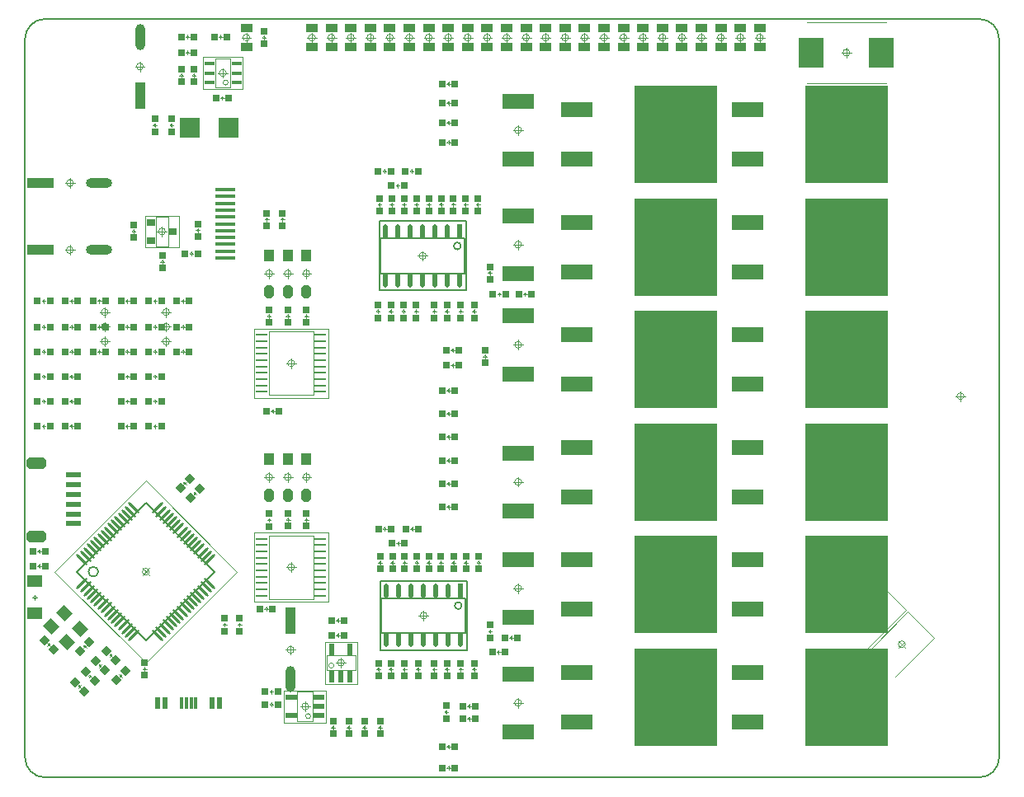
<source format=gtp>
G04*
G04 #@! TF.GenerationSoftware,Altium Limited,Altium Designer,20.0.12 (288)*
G04*
G04 Layer_Color=8421504*
%FSLAX25Y25*%
%MOIN*%
G70*
G01*
G75*
%ADD19C,0.00500*%
%ADD21C,0.00394*%
%ADD25C,0.00591*%
%ADD26C,0.00197*%
%ADD27C,0.00100*%
%ADD28C,0.00158*%
%ADD29R,0.33465X0.39370*%
%ADD30R,0.12598X0.06299*%
%ADD31R,0.10236X0.12402*%
%ADD32R,0.06102X0.02362*%
G04:AMPARAMS|DCode=33|XSize=78.74mil|YSize=47.24mil|CornerRadius=0mil|HoleSize=0mil|Usage=FLASHONLY|Rotation=180.000|XOffset=0mil|YOffset=0mil|HoleType=Round|Shape=Octagon|*
%AMOCTAGOND33*
4,1,8,-0.03937,0.01181,-0.03937,-0.01181,-0.02756,-0.02362,0.02756,-0.02362,0.03937,-0.01181,0.03937,0.01181,0.02756,0.02362,-0.02756,0.02362,-0.03937,0.01181,0.0*
%
%ADD33OCTAGOND33*%

%ADD34R,0.03000X0.03000*%
%ADD35R,0.03000X0.03000*%
%ADD36R,0.03937X0.10630*%
%ADD37O,0.03937X0.10630*%
%ADD38R,0.05906X0.04724*%
%ADD39P,0.04243X4X180.0*%
%ADD40P,0.04243X4X90.0*%
G04:AMPARAMS|DCode=41|XSize=43.31mil|YSize=51.18mil|CornerRadius=0mil|HoleSize=0mil|Usage=FLASHONLY|Rotation=225.000|XOffset=0mil|YOffset=0mil|HoleType=Round|Shape=Rectangle|*
%AMROTATEDRECTD41*
4,1,4,-0.00278,0.03341,0.03341,-0.00278,0.00278,-0.03341,-0.03341,0.00278,-0.00278,0.03341,0.0*
%
%ADD41ROTATEDRECTD41*%

G04:AMPARAMS|DCode=42|XSize=9.84mil|YSize=61.02mil|CornerRadius=0mil|HoleSize=0mil|Usage=FLASHONLY|Rotation=135.000|XOffset=0mil|YOffset=0mil|HoleType=Round|Shape=Round|*
%AMOVALD42*
21,1,0.05118,0.00984,0.00000,0.00000,225.0*
1,1,0.00984,0.01810,0.01810*
1,1,0.00984,-0.01810,-0.01810*
%
%ADD42OVALD42*%

G04:AMPARAMS|DCode=43|XSize=9.84mil|YSize=61.02mil|CornerRadius=0mil|HoleSize=0mil|Usage=FLASHONLY|Rotation=45.000|XOffset=0mil|YOffset=0mil|HoleType=Round|Shape=Round|*
%AMOVALD43*
21,1,0.05118,0.00984,0.00000,0.00000,135.0*
1,1,0.00984,0.01810,-0.01810*
1,1,0.00984,-0.01810,0.01810*
%
%ADD43OVALD43*%

%ADD44R,0.05000X0.03500*%
G04:AMPARAMS|DCode=45|XSize=51.18mil|YSize=39.37mil|CornerRadius=0mil|HoleSize=0mil|Usage=FLASHONLY|Rotation=270.000|XOffset=0mil|YOffset=0mil|HoleType=Round|Shape=Octagon|*
%AMOCTAGOND45*
4,1,8,-0.00984,-0.02559,0.00984,-0.02559,0.01968,-0.01575,0.01968,0.01575,0.00984,0.02559,-0.00984,0.02559,-0.01968,0.01575,-0.01968,-0.01575,-0.00984,-0.02559,0.0*
%
%ADD45OCTAGOND45*%

%ADD46R,0.03937X0.05118*%
%ADD47R,0.07874X0.07874*%
%ADD48R,0.12598X0.06496*%
%ADD49R,0.01968X0.05906*%
%ADD50O,0.01968X0.05906*%
%ADD51R,0.04724X0.01968*%
%ADD52R,0.03937X0.01772*%
%ADD53R,0.10630X0.03937*%
%ADD54O,0.10630X0.03937*%
%ADD55O,0.04724X0.00984*%
%ADD56R,0.01181X0.05118*%
%ADD57R,0.02000X0.05118*%
%ADD58R,0.02362X0.05118*%
%ADD59R,0.01968X0.04724*%
%ADD60R,0.07874X0.01496*%
%ADD61R,0.03543X0.02756*%
D19*
X333100Y153000D02*
G03*
X341100Y145000I8000J0D01*
G01*
X718600D02*
G03*
X726600Y153000I0J8000D01*
G01*
Y443700D02*
G03*
X718600Y451700I-8000J0D01*
G01*
X341100D02*
G03*
X333100Y443700I0J-8000D01*
G01*
Y153000D02*
Y443700D01*
X341100Y145000D02*
X718600D01*
X341100Y451700D02*
X718600D01*
X726600Y153000D02*
Y443700D01*
D21*
X448450Y169794D02*
G03*
X448450Y169794I-1000J0D01*
G01*
X415150Y425994D02*
G03*
X415150Y425994I-1000J0D01*
G01*
X457835Y190239D02*
G03*
X457835Y190239I-1000J0D01*
G01*
X684816Y185739D02*
X700406Y201328D01*
X674237Y196318D02*
X689827Y211907D01*
X700406Y201328D01*
X648896Y450344D02*
X680904D01*
X648896Y425856D02*
X680904D01*
X673361Y197194D02*
X688950Y212784D01*
X662782Y207773D02*
X678372Y223362D01*
X688950Y212784D01*
X443150Y167795D02*
X449450D01*
Y179606D01*
X443150D02*
X449450D01*
X443150Y167795D02*
Y179606D01*
X416150Y435806D02*
X416150Y423994D01*
X409850D02*
Y435806D01*
Y423994D02*
X416150D01*
X409850Y435806D02*
X416150D01*
X431545Y299705D02*
Y325295D01*
Y299705D02*
X449655D01*
Y325295D01*
X431545D02*
X449655D01*
X431545Y217205D02*
Y242795D01*
Y217205D02*
X449655D01*
Y242795D01*
X431545D02*
X449655D01*
X454835Y188239D02*
Y194538D01*
Y188239D02*
X466646D01*
Y194538D01*
X454835D02*
X466646D01*
X385876Y359894D02*
Y371706D01*
X390995Y359894D02*
Y371706D01*
X385876D02*
X390995D01*
X385876Y359894D02*
X390995D01*
X381900Y191430D02*
X418670Y228200D01*
X345130Y228200D02*
X381900Y264970D01*
X418670Y228200D01*
X345130Y228200D02*
X381900Y191430D01*
X437800Y167200D02*
Y180200D01*
X454800D01*
Y167200D02*
Y180200D01*
X437800Y167200D02*
X454800D01*
X421000Y423404D02*
Y436396D01*
X405000Y423404D02*
Y436396D01*
Y423404D02*
X421000D01*
X405000Y436396D02*
X421000D01*
X425600Y298500D02*
Y326500D01*
Y298500D02*
X455600Y298500D01*
Y326500D01*
X425600Y326500D02*
X455600Y326500D01*
X425600Y216000D02*
Y244000D01*
Y216000D02*
X455600Y216000D01*
Y244000D01*
X425600Y244000D02*
X455600Y244000D01*
X454240Y199888D02*
X467240D01*
Y182888D02*
Y199888D01*
X454240Y182888D02*
X467240D01*
X454240D02*
Y199888D01*
X381600Y359501D02*
X381600Y372099D01*
X395200Y359501D02*
Y372099D01*
X381600D02*
X395200D01*
X381600Y359501D02*
X395200Y359501D01*
D25*
X362655Y228200D02*
G03*
X362655Y228200I-1969J0D01*
G01*
X509164Y359927D02*
G03*
X509164Y359927I-1414J0D01*
G01*
X509514Y214458D02*
G03*
X509514Y214458I-1414J0D01*
G01*
X381900Y200361D02*
X409739Y228200D01*
X354061D02*
X381900Y256039D01*
X409739Y228200D01*
X354061D02*
X381900Y200361D01*
X510750Y348841D02*
Y363014D01*
X476750Y348841D02*
X510750D01*
X476750D02*
Y363014D01*
X510750D01*
X511100Y203371D02*
Y217544D01*
X477100Y203371D02*
X511100D01*
X477100D02*
Y217544D01*
X511100D01*
X476250Y369927D02*
X511250D01*
X476250Y341927D02*
Y369927D01*
Y341927D02*
X511250D01*
Y369927D01*
X476600Y224458D02*
X511600D01*
X476600Y196458D02*
Y224458D01*
Y196458D02*
X511600D01*
Y224458D01*
D26*
X688699Y198823D02*
G03*
X688699Y198823I-1378J0D01*
G01*
X666278Y438100D02*
G03*
X666278Y438100I-1378J0D01*
G01*
X677244Y210278D02*
G03*
X677244Y210278I-1378J0D01*
G01*
X441778Y196589D02*
G03*
X441778Y196589I-1378J0D01*
G01*
X712378Y299200D02*
G03*
X712378Y299200I-1378J0D01*
G01*
X383278Y228200D02*
G03*
X383278Y228200I-1378J0D01*
G01*
X380878Y432511D02*
G03*
X380878Y432511I-1378J0D01*
G01*
X423878Y444200D02*
G03*
X423878Y444200I-1378J0D01*
G01*
D02*
G03*
X423878Y444200I-1378J0D01*
G01*
X448178Y348800D02*
G03*
X448178Y348800I-1378J0D01*
G01*
X440628D02*
G03*
X440628Y348800I-1378J0D01*
G01*
X433078D02*
G03*
X433078Y348800I-1378J0D01*
G01*
X448178Y266483D02*
G03*
X448178Y266483I-1378J0D01*
G01*
X440628D02*
G03*
X440628Y266483I-1378J0D01*
G01*
X433078D02*
G03*
X433078Y266483I-1378J0D01*
G01*
X533678Y406800D02*
G03*
X533678Y406800I-1378J0D01*
G01*
X533678Y360480D02*
G03*
X533678Y360480I-1378J0D01*
G01*
X533678Y319960D02*
G03*
X533678Y319960I-1378J0D01*
G01*
Y264540D02*
G03*
X533678Y264540I-1378J0D01*
G01*
Y221520D02*
G03*
X533678Y221520I-1378J0D01*
G01*
Y175200D02*
G03*
X533678Y175200I-1378J0D01*
G01*
X495128Y355927D02*
G03*
X495128Y355927I-1378J0D01*
G01*
X495478Y210457D02*
G03*
X495478Y210457I-1378J0D01*
G01*
X447678Y173700D02*
G03*
X447678Y173700I-1378J0D01*
G01*
X414378Y429900D02*
G03*
X414378Y429900I-1378J0D01*
G01*
X352578Y358300D02*
G03*
X352578Y358300I-1378J0D01*
G01*
X352578Y385400D02*
G03*
X352578Y385400I-1378J0D01*
G01*
X441978Y312500D02*
G03*
X441978Y312500I-1378J0D01*
G01*
Y230000D02*
G03*
X441978Y230000I-1378J0D01*
G01*
X462118Y191388D02*
G03*
X462118Y191388I-1378J0D01*
G01*
X366678Y333200D02*
G03*
X366678Y333200I-1378J0D01*
G01*
Y327250D02*
G03*
X366678Y327250I-1378J0D01*
G01*
Y321300D02*
G03*
X366678Y321300I-1378J0D01*
G01*
X391478Y333200D02*
G03*
X391478Y333200I-1378J0D01*
G01*
Y327250D02*
G03*
X391478Y327250I-1378J0D01*
G01*
Y321300D02*
G03*
X391478Y321300I-1378J0D01*
G01*
X631312Y444199D02*
G03*
X631312Y444199I-1378J0D01*
G01*
D02*
G03*
X631312Y444199I-1378J0D01*
G01*
X623445D02*
G03*
X623445Y444199I-1378J0D01*
G01*
D02*
G03*
X623445Y444199I-1378J0D01*
G01*
X615579D02*
G03*
X615579Y444199I-1378J0D01*
G01*
D02*
G03*
X615579Y444199I-1378J0D01*
G01*
X607712D02*
G03*
X607712Y444199I-1378J0D01*
G01*
D02*
G03*
X607712Y444199I-1378J0D01*
G01*
X599845D02*
G03*
X599845Y444199I-1378J0D01*
G01*
D02*
G03*
X599845Y444199I-1378J0D01*
G01*
X591979D02*
G03*
X591979Y444199I-1378J0D01*
G01*
D02*
G03*
X591979Y444199I-1378J0D01*
G01*
X584112D02*
G03*
X584112Y444199I-1378J0D01*
G01*
D02*
G03*
X584112Y444199I-1378J0D01*
G01*
X576245D02*
G03*
X576245Y444199I-1378J0D01*
G01*
D02*
G03*
X576245Y444199I-1378J0D01*
G01*
X568378D02*
G03*
X568378Y444199I-1378J0D01*
G01*
D02*
G03*
X568378Y444199I-1378J0D01*
G01*
X560512D02*
G03*
X560512Y444199I-1378J0D01*
G01*
D02*
G03*
X560512Y444199I-1378J0D01*
G01*
X552645D02*
G03*
X552645Y444199I-1378J0D01*
G01*
D02*
G03*
X552645Y444199I-1378J0D01*
G01*
X544778D02*
G03*
X544778Y444199I-1378J0D01*
G01*
D02*
G03*
X544778Y444199I-1378J0D01*
G01*
X536912D02*
G03*
X536912Y444199I-1378J0D01*
G01*
D02*
G03*
X536912Y444199I-1378J0D01*
G01*
X529045D02*
G03*
X529045Y444199I-1378J0D01*
G01*
D02*
G03*
X529045Y444199I-1378J0D01*
G01*
X521178D02*
G03*
X521178Y444199I-1378J0D01*
G01*
D02*
G03*
X521178Y444199I-1378J0D01*
G01*
X513312D02*
G03*
X513312Y444199I-1378J0D01*
G01*
D02*
G03*
X513312Y444199I-1378J0D01*
G01*
X505445D02*
G03*
X505445Y444199I-1378J0D01*
G01*
D02*
G03*
X505445Y444199I-1378J0D01*
G01*
X497579D02*
G03*
X497579Y444199I-1378J0D01*
G01*
D02*
G03*
X497579Y444199I-1378J0D01*
G01*
X489712D02*
G03*
X489712Y444199I-1378J0D01*
G01*
D02*
G03*
X489712Y444199I-1378J0D01*
G01*
X481845D02*
G03*
X481845Y444199I-1378J0D01*
G01*
D02*
G03*
X481845Y444199I-1378J0D01*
G01*
X473979D02*
G03*
X473979Y444199I-1378J0D01*
G01*
D02*
G03*
X473979Y444199I-1378J0D01*
G01*
X466112D02*
G03*
X466112Y444199I-1378J0D01*
G01*
D02*
G03*
X466112Y444199I-1378J0D01*
G01*
X458245D02*
G03*
X458245Y444199I-1378J0D01*
G01*
D02*
G03*
X458245Y444199I-1378J0D01*
G01*
X450379D02*
G03*
X450379Y444199I-1378J0D01*
G01*
D02*
G03*
X450379Y444199I-1378J0D01*
G01*
X389813Y365800D02*
G03*
X389813Y365800I-1378J0D01*
G01*
X685929Y197431D02*
X688713Y200215D01*
X685929D02*
X688713Y197431D01*
X662931Y438100D02*
X666868D01*
X664900Y436131D02*
Y440068D01*
X674474Y208886D02*
X677258Y211670D01*
X674474D02*
X677258Y208886D01*
X440400Y194621D02*
Y198557D01*
X438432Y196589D02*
X442369D01*
X711000Y297232D02*
Y301168D01*
X709031Y299200D02*
X712968D01*
X380508Y226808D02*
X383292Y229592D01*
X380508D02*
X383292Y226808D01*
X379500Y430543D02*
Y434480D01*
X377532Y432511D02*
X381469D01*
X420532Y444200D02*
X424469D01*
X422500Y442232D02*
Y446169D01*
Y442232D02*
Y446169D01*
X420532Y444200D02*
X424469D01*
X444832Y348800D02*
X448769D01*
X446800Y346831D02*
Y350768D01*
X437282Y348800D02*
X441219D01*
X439250Y346831D02*
Y350768D01*
X429732Y348800D02*
X433669D01*
X431700Y346831D02*
Y350768D01*
X444832Y266483D02*
X448769D01*
X446800Y264515D02*
Y268452D01*
X437282Y266483D02*
X441219D01*
X439250Y264515D02*
Y268452D01*
X429732Y266483D02*
X433669D01*
X431700Y264515D02*
Y268452D01*
X532300Y404832D02*
Y408769D01*
X530332Y406800D02*
X534269D01*
X532300Y358511D02*
Y362449D01*
X530332Y360480D02*
X534269D01*
X532300Y317991D02*
Y321929D01*
X530332Y319960D02*
X534269D01*
X532300Y262572D02*
Y266509D01*
X530332Y264540D02*
X534269D01*
X532300Y219551D02*
Y223488D01*
X530332Y221520D02*
X534269D01*
X532300Y173231D02*
Y177169D01*
X530332Y175200D02*
X534269D01*
X491782Y355927D02*
X495718D01*
X493750Y353959D02*
Y357896D01*
X492132Y210457D02*
X496068D01*
X494100Y208489D02*
Y212426D01*
X444332Y173700D02*
X448269D01*
X446300Y171731D02*
Y175669D01*
X411031Y429900D02*
X414968D01*
X413000Y427931D02*
Y431869D01*
X349232Y358300D02*
X353169D01*
X351200Y356331D02*
Y360268D01*
X349232Y385400D02*
X353169D01*
X351200Y383432D02*
Y387368D01*
X440600Y310531D02*
Y314469D01*
X438631Y312500D02*
X442568D01*
X440600Y228031D02*
Y231968D01*
X438631Y230000D02*
X442568D01*
X460740Y189420D02*
Y193357D01*
X458772Y191388D02*
X462709D01*
X363332Y333200D02*
X367268D01*
X365300Y331231D02*
Y335169D01*
X363332Y327250D02*
X367268Y327250D01*
X365300Y325282D02*
X365300Y329219D01*
X363332Y321300D02*
X367268Y321300D01*
X365300Y319332D02*
Y323269D01*
X388131Y333200D02*
X392069D01*
X390100Y331231D02*
Y335169D01*
X388131Y327250D02*
X392069D01*
X390100Y325282D02*
Y329219D01*
X388131Y321300D02*
X392069D01*
X390100Y319332D02*
Y323269D01*
X627965Y444199D02*
X631902D01*
X629934Y442231D02*
Y446168D01*
Y442231D02*
Y446168D01*
X627965Y444199D02*
X631902D01*
X620099D02*
X624036D01*
X622067Y442231D02*
Y446168D01*
Y442231D02*
Y446168D01*
X620099Y444199D02*
X624036D01*
X612232D02*
X616169D01*
X614200Y442231D02*
Y446168D01*
Y442231D02*
Y446168D01*
X612232Y444199D02*
X616169D01*
X604365D02*
X608302D01*
X606334Y442231D02*
Y446168D01*
Y442231D02*
Y446168D01*
X604365Y444199D02*
X608302D01*
X596499D02*
X600436D01*
X598467Y442231D02*
Y446168D01*
Y442231D02*
Y446168D01*
X596499Y444199D02*
X600436D01*
X588632D02*
X592569D01*
X590600Y442231D02*
Y446168D01*
Y442231D02*
Y446168D01*
X588632Y444199D02*
X592569D01*
X580765D02*
X584702D01*
X582734Y442231D02*
Y446168D01*
Y442231D02*
Y446168D01*
X580765Y444199D02*
X584702D01*
X572899D02*
X576836D01*
X574867Y442231D02*
Y446168D01*
Y442231D02*
Y446168D01*
X572899Y444199D02*
X576836D01*
X565032D02*
X568969D01*
X567001Y442231D02*
Y446168D01*
Y442231D02*
Y446168D01*
X565032Y444199D02*
X568969D01*
X557165D02*
X561102D01*
X559134Y442231D02*
Y446168D01*
Y442231D02*
Y446168D01*
X557165Y444199D02*
X561102D01*
X549299D02*
X553236D01*
X551267Y442231D02*
Y446168D01*
Y442231D02*
Y446168D01*
X549299Y444199D02*
X553236D01*
X541432D02*
X545369D01*
X543401Y442231D02*
Y446168D01*
Y442231D02*
Y446168D01*
X541432Y444199D02*
X545369D01*
X533565D02*
X537502D01*
X535534Y442231D02*
Y446168D01*
Y442231D02*
Y446168D01*
X533565Y444199D02*
X537502D01*
X525699D02*
X529636D01*
X527667Y442231D02*
Y446168D01*
Y442231D02*
Y446168D01*
X525699Y444199D02*
X529636D01*
X517832D02*
X521769D01*
X519801Y442231D02*
Y446168D01*
Y442231D02*
Y446168D01*
X517832Y444199D02*
X521769D01*
X509965D02*
X513902D01*
X511934Y442231D02*
Y446168D01*
Y442231D02*
Y446168D01*
X509965Y444199D02*
X513902D01*
X502099D02*
X506036D01*
X504067Y442231D02*
Y446168D01*
Y442231D02*
Y446168D01*
X502099Y444199D02*
X506036D01*
X494232D02*
X498169D01*
X496201Y442231D02*
Y446168D01*
Y442231D02*
Y446168D01*
X494232Y444199D02*
X498169D01*
X486365D02*
X490303D01*
X488334Y442231D02*
Y446168D01*
Y442231D02*
Y446168D01*
X486365Y444199D02*
X490303D01*
X478499D02*
X482436D01*
X480467Y442231D02*
Y446168D01*
Y442231D02*
Y446168D01*
X478499Y444199D02*
X482436D01*
X470632D02*
X474569D01*
X472601Y442231D02*
Y446168D01*
Y442231D02*
Y446168D01*
X470632Y444199D02*
X474569D01*
X462766D02*
X466703D01*
X464734Y442231D02*
Y446168D01*
Y442231D02*
Y446168D01*
X462766Y444199D02*
X466703D01*
X454899D02*
X458836D01*
X456867Y442231D02*
Y446168D01*
Y442231D02*
Y446168D01*
X454899Y444199D02*
X458836D01*
X447032D02*
X450969D01*
X449001Y442231D02*
Y446168D01*
Y442231D02*
Y446168D01*
X447032Y444199D02*
X450969D01*
X388435Y363831D02*
Y367769D01*
X386467Y365800D02*
X390404D01*
D27*
X477000Y165200D02*
G03*
X477000Y165200I-500J0D01*
G01*
X470667D02*
G03*
X470667Y165200I-500J0D01*
G01*
X460059Y208500D02*
G03*
X460059Y208500I-500J0D01*
G01*
Y202500D02*
G03*
X460059Y202500I-500J0D01*
G01*
X368300Y194300D02*
G03*
X368300Y194300I-500J0D01*
G01*
X372200Y186100D02*
G03*
X372200Y186100I-500J0D01*
G01*
X343200Y198700D02*
G03*
X343200Y198700I-500J0D01*
G01*
X357800Y197900D02*
G03*
X357800Y197900I-500J0D01*
G01*
X381900Y188800D02*
G03*
X381900Y188800I-500J0D01*
G01*
X339381Y236400D02*
G03*
X339381Y236400I-500J0D01*
G01*
X355700Y181700D02*
G03*
X355700Y181700I-500J0D01*
G01*
X402400Y259800D02*
G03*
X402400Y259800I-500J0D01*
G01*
X414300Y206700D02*
G03*
X414300Y206700I-500J0D01*
G01*
X398200Y264000D02*
G03*
X398200Y264000I-500J0D01*
G01*
X420300Y206700D02*
G03*
X420300Y206700I-500J0D01*
G01*
X364100Y190100D02*
G03*
X364100Y190100I-500J0D01*
G01*
X359900Y185900D02*
G03*
X359900Y185900I-500J0D01*
G01*
X339381Y230500D02*
G03*
X339381Y230500I-500J0D01*
G01*
X447300Y331500D02*
G03*
X447300Y331500I-500J0D01*
G01*
X433703Y293039D02*
G03*
X433703Y293039I-500J0D01*
G01*
X439749Y331500D02*
G03*
X439749Y331500I-500J0D01*
G01*
X431100Y213200D02*
G03*
X431100Y213200I-500J0D01*
G01*
X432199Y331500D02*
G03*
X432199Y331500I-500J0D01*
G01*
X447300Y249159D02*
G03*
X447300Y249159I-500J0D01*
G01*
X439899D02*
G03*
X439899Y249159I-500J0D01*
G01*
X432199Y249101D02*
G03*
X432199Y249101I-500J0D01*
G01*
X501676Y376599D02*
G03*
X501676Y376599I-500J0D01*
G01*
X496701D02*
G03*
X496701Y376599I-500J0D01*
G01*
X516600Y376600D02*
G03*
X516600Y376600I-500J0D01*
G01*
X484200Y384300D02*
G03*
X484200Y384300I-500J0D01*
G01*
X506400Y317700D02*
G03*
X506400Y317700I-500J0D01*
G01*
X525200Y340400D02*
G03*
X525200Y340400I-500J0D01*
G01*
X501600Y231799D02*
G03*
X501600Y231799I-500J0D01*
G01*
X496700D02*
G03*
X496700Y231799I-500J0D01*
G01*
X516800Y231800D02*
G03*
X516800Y231800I-500J0D01*
G01*
X484400Y239600D02*
G03*
X484400Y239600I-500J0D01*
G01*
X503800Y171400D02*
G03*
X503800Y171400I-500J0D01*
G01*
X524900Y195600D02*
G03*
X524900Y195600I-500J0D01*
G01*
X363645Y337600D02*
G03*
X363645Y337600I-500J0D01*
G01*
Y327200D02*
G03*
X363645Y327200I-500J0D01*
G01*
X363645Y317200D02*
G03*
X363645Y317200I-500J0D01*
G01*
X341141Y287000D02*
G03*
X341141Y287000I-500J0D01*
G01*
X341141Y297100D02*
G03*
X341141Y297100I-500J0D01*
G01*
X341141Y307100D02*
G03*
X341141Y307100I-500J0D01*
G01*
X397400Y337600D02*
G03*
X397400Y337600I-500J0D01*
G01*
Y327200D02*
G03*
X397400Y327200I-500J0D01*
G01*
X397400Y317200D02*
G03*
X397400Y317200I-500J0D01*
G01*
X374896Y287000D02*
G03*
X374896Y287000I-500J0D01*
G01*
X374896Y297100D02*
G03*
X374896Y297100I-500J0D01*
G01*
X374896Y307100D02*
G03*
X374896Y307100I-500J0D01*
G01*
X386100Y408741D02*
G03*
X386100Y408741I-500J0D01*
G01*
X392800D02*
G03*
X392800Y408741I-500J0D01*
G01*
X396742Y428900D02*
G03*
X396742Y428900I-500J0D01*
G01*
X464333Y165200D02*
G03*
X464333Y165200I-500J0D01*
G01*
X433200Y179600D02*
G03*
X433200Y179600I-500J0D01*
G01*
X430200Y444200D02*
G03*
X430200Y444200I-500J0D01*
G01*
X458000Y165200D02*
G03*
X458000Y165200I-500J0D01*
G01*
X433200Y174500D02*
G03*
X433200Y174500I-500J0D01*
G01*
X413300Y419700D02*
G03*
X413300Y419700I-500J0D01*
G01*
X504700Y425500D02*
G03*
X504700Y425500I-500J0D01*
G01*
Y417633D02*
G03*
X504700Y417633I-500J0D01*
G01*
Y409767D02*
G03*
X504700Y409767I-500J0D01*
G01*
Y401900D02*
G03*
X504700Y401900I-500J0D01*
G01*
Y301500D02*
G03*
X504700Y301500I-500J0D01*
G01*
Y292060D02*
G03*
X504700Y292060I-500J0D01*
G01*
Y282620D02*
G03*
X504700Y282620I-500J0D01*
G01*
Y273180D02*
G03*
X504700Y273180I-500J0D01*
G01*
Y263740D02*
G03*
X504700Y263740I-500J0D01*
G01*
Y254300D02*
G03*
X504700Y254300I-500J0D01*
G01*
Y157400D02*
G03*
X504700Y157400I-500J0D01*
G01*
Y148900D02*
G03*
X504700Y148900I-500J0D01*
G01*
X506651Y376599D02*
G03*
X506651Y376599I-500J0D01*
G01*
X511625Y376600D02*
G03*
X511625Y376600I-500J0D01*
G01*
X489800Y390200D02*
G03*
X489800Y390200I-500J0D01*
G01*
X486751Y376599D02*
G03*
X486751Y376599I-500J0D01*
G01*
X491725Y376600D02*
G03*
X491725Y376600I-500J0D01*
G01*
X478800Y390200D02*
G03*
X478800Y390200I-500J0D01*
G01*
X481776Y376599D02*
G03*
X481776Y376599I-500J0D01*
G01*
X476800Y376600D02*
G03*
X476800Y376600I-500J0D01*
G01*
X519400Y315200D02*
G03*
X519400Y315200I-500J0D01*
G01*
X486485Y333458D02*
G03*
X486485Y333458I-500J0D01*
G01*
X491629Y333457D02*
G03*
X491629Y333457I-500J0D01*
G01*
X506400Y311600D02*
G03*
X506400Y311600I-500J0D01*
G01*
X481342Y333458D02*
G03*
X481342Y333458I-500J0D01*
G01*
X476200Y333457D02*
G03*
X476200Y333457I-500J0D01*
G01*
X535600Y340400D02*
G03*
X535600Y340400I-500J0D01*
G01*
X504000Y333458D02*
G03*
X504000Y333458I-500J0D01*
G01*
X498900Y333457D02*
G03*
X498900Y333457I-500J0D01*
G01*
X521400Y349000D02*
G03*
X521400Y349000I-500J0D01*
G01*
X509600Y333458D02*
G03*
X509600Y333458I-500J0D01*
G01*
X515000Y333457D02*
G03*
X515000Y333457I-500J0D01*
G01*
X506700Y231799D02*
G03*
X506700Y231799I-500J0D01*
G01*
X511700Y231800D02*
G03*
X511700Y231800I-500J0D01*
G01*
X490000Y245500D02*
G03*
X490000Y245500I-500J0D01*
G01*
X486900Y231799D02*
G03*
X486900Y231799I-500J0D01*
G01*
X491800Y231800D02*
G03*
X491800Y231800I-500J0D01*
G01*
X478900Y245500D02*
G03*
X478900Y245500I-500J0D01*
G01*
X482000Y231799D02*
G03*
X482000Y231799I-500J0D01*
G01*
X477000Y231800D02*
G03*
X477000Y231800I-500J0D01*
G01*
X513000Y173900D02*
G03*
X513000Y173900I-500J0D01*
G01*
X486900Y188657D02*
G03*
X486900Y188657I-500J0D01*
G01*
X492400D02*
G03*
X492400Y188657I-500J0D01*
G01*
X513000Y168600D02*
G03*
X513000Y168600I-500J0D01*
G01*
X481400Y188657D02*
G03*
X481400Y188657I-500J0D01*
G01*
X476400D02*
G03*
X476400Y188657I-500J0D01*
G01*
X530000Y201500D02*
G03*
X530000Y201500I-500J0D01*
G01*
X504000Y188657D02*
G03*
X504000Y188657I-500J0D01*
G01*
X498900D02*
G03*
X498900Y188657I-500J0D01*
G01*
X521500Y204059D02*
G03*
X521500Y204059I-500J0D01*
G01*
X509600Y188657D02*
G03*
X509600Y188657I-500J0D01*
G01*
X515000D02*
G03*
X515000Y188657I-500J0D01*
G01*
X412600Y444500D02*
G03*
X412600Y444500I-500J0D01*
G01*
X399300Y438200D02*
G03*
X399300Y438200I-500J0D01*
G01*
X401860Y428900D02*
G03*
X401860Y428900I-500J0D01*
G01*
X399300Y444500D02*
G03*
X399300Y444500I-500J0D01*
G01*
X341141Y337600D02*
G03*
X341141Y337600I-500J0D01*
G01*
Y327200D02*
G03*
X341141Y327200I-500J0D01*
G01*
X341141Y317200D02*
G03*
X341141Y317200I-500J0D01*
G01*
X352393Y337600D02*
G03*
X352393Y337600I-500J0D01*
G01*
Y327200D02*
G03*
X352393Y327200I-500J0D01*
G01*
Y317200D02*
G03*
X352393Y317200I-500J0D01*
G01*
Y307101D02*
G03*
X352393Y307101I-500J0D01*
G01*
X352393Y297101D02*
G03*
X352393Y297101I-500J0D01*
G01*
X352393Y287001D02*
G03*
X352393Y287001I-500J0D01*
G01*
X374897Y337600D02*
G03*
X374897Y337600I-500J0D01*
G01*
Y327200D02*
G03*
X374897Y327200I-500J0D01*
G01*
X374897Y317200D02*
G03*
X374897Y317200I-500J0D01*
G01*
X386148Y337600D02*
G03*
X386148Y337600I-500J0D01*
G01*
Y327200D02*
G03*
X386148Y327200I-500J0D01*
G01*
X386148Y317200D02*
G03*
X386148Y317200I-500J0D01*
G01*
Y307101D02*
G03*
X386148Y307101I-500J0D01*
G01*
X386148Y297101D02*
G03*
X386148Y297101I-500J0D01*
G01*
X386148Y287001D02*
G03*
X386148Y287001I-500J0D01*
G01*
X437600Y370659D02*
G03*
X437600Y370659I-500J0D01*
G01*
X431300Y370659D02*
G03*
X431300Y370659I-500J0D01*
G01*
X400800Y356800D02*
G03*
X400800Y356800I-500J0D01*
G01*
X389100Y353500D02*
G03*
X389100Y353500I-500J0D01*
G01*
X403400Y366300D02*
G03*
X403400Y366300I-500J0D01*
G01*
X377500Y365800D02*
G03*
X377500Y365800I-500J0D01*
G01*
X475713Y165200D02*
X477287D01*
X476500Y164413D02*
Y165987D01*
X469379Y165200D02*
X470954D01*
X470167Y164413D02*
Y165987D01*
X459559Y207713D02*
Y209288D01*
X458772Y208500D02*
X460347D01*
X459559Y201713D02*
Y203288D01*
X458772Y202500D02*
X460347D01*
X367243Y194857D02*
X368357Y193743D01*
X367243D02*
X368357Y194857D01*
X371143Y186657D02*
X372257Y185543D01*
X371143D02*
X372257Y186657D01*
X342143Y198143D02*
X343257Y199257D01*
X342143D02*
X343257Y198143D01*
X356743Y198457D02*
X357857Y197343D01*
X356743D02*
X357857Y198457D01*
X380613Y188800D02*
X382187D01*
X381400Y188013D02*
Y189587D01*
X338093Y236400D02*
X339668D01*
X338881Y235613D02*
X338881Y237187D01*
X354643Y182257D02*
X355757Y181143D01*
X354643D02*
X355757Y182257D01*
X401343Y260357D02*
X402457Y259243D01*
X401343D02*
X402457Y260357D01*
X413013Y206700D02*
X414587D01*
X413800Y205913D02*
Y207487D01*
X397143Y264557D02*
X398257Y263443D01*
X397143D02*
X398257Y264557D01*
X419013Y206700D02*
X420587Y206700D01*
X419800Y205913D02*
X419800Y207487D01*
X363043Y189543D02*
X364157Y190657D01*
X363043D02*
X364157Y189543D01*
X358843Y185343D02*
X359957Y186457D01*
X358843D02*
X359957Y185343D01*
X338881Y229713D02*
X338881Y231287D01*
X338094Y230500D02*
X339669Y230500D01*
X446800Y330713D02*
Y332287D01*
X446012Y331500D02*
X447587D01*
X432415Y293039D02*
X433990D01*
X433203Y292251D02*
Y293826D01*
X439250Y332287D02*
X439250Y330713D01*
X438462Y331500D02*
X440037D01*
X429813Y213200D02*
X431387D01*
X430600Y212413D02*
Y213987D01*
X431699Y330713D02*
Y332287D01*
X430912Y331500D02*
X432487D01*
X446800Y248372D02*
Y249947D01*
X446012Y249159D02*
X447587D01*
X439399Y249947D02*
X439399Y248372D01*
X438612Y249159D02*
X440187D01*
X431699Y248313D02*
Y249888D01*
X430912Y249101D02*
X432487D01*
X501176Y375812D02*
Y377387D01*
X500388Y376599D02*
X501963D01*
X496201Y375812D02*
Y377387D01*
X495413Y376599D02*
X496988D01*
X516100Y375813D02*
Y377387D01*
X515313Y376600D02*
X516887D01*
X482913Y384300D02*
X484487Y384300D01*
X483700Y383513D02*
Y385087D01*
X505113Y317700D02*
X506687D01*
X505900Y316913D02*
Y318487D01*
X523913Y340400D02*
X525487D01*
X524700Y339613D02*
Y341187D01*
X501100Y231012D02*
Y232587D01*
X500313Y231799D02*
X501887D01*
X496200Y231012D02*
Y232587D01*
X495413Y231799D02*
X496987D01*
X516300Y231013D02*
Y232587D01*
X515513Y231800D02*
X517087D01*
X483113Y239600D02*
X484687D01*
X483900Y238813D02*
Y240387D01*
X503300Y172187D02*
X503300Y170613D01*
X502513Y171400D02*
X504087D01*
X523613Y195600D02*
X525187Y195600D01*
X524400Y194813D02*
Y196387D01*
X362357Y337600D02*
X363932Y337600D01*
X363145Y338387D02*
X363145Y336813D01*
X362357Y327200D02*
X363932Y327200D01*
X363145Y327988D02*
X363145Y326413D01*
X362357Y317200D02*
X363932Y317200D01*
X363145Y317988D02*
X363145Y316413D01*
X339853Y287000D02*
X341428D01*
X340641Y286213D02*
Y287788D01*
X339853Y297100D02*
X341428Y297100D01*
X340641Y296313D02*
Y297888D01*
X339853Y307100D02*
X341428D01*
X340641Y306313D02*
Y307888D01*
X396113Y337600D02*
X397687D01*
X396900Y336812D02*
X396900Y338387D01*
X396113Y327200D02*
X397687D01*
X396900Y327988D02*
X396900Y326413D01*
X396113Y317200D02*
X397687D01*
X396900Y316413D02*
X396900Y317988D01*
X373608Y287000D02*
X375183D01*
X374396Y286213D02*
Y287788D01*
X373608Y297100D02*
X375183D01*
X374396Y296313D02*
Y297888D01*
X373608Y307100D02*
X375183D01*
X374396Y306313D02*
Y307888D01*
X385600Y407954D02*
X385600Y409529D01*
X384812Y408741D02*
X386387Y408741D01*
X392300Y407954D02*
X392300Y409529D01*
X391512Y408741D02*
X393087D01*
X396242Y428113D02*
Y429687D01*
X395454Y428900D02*
X397029D01*
X463833Y164413D02*
Y165987D01*
X463046Y165200D02*
X464621Y165200D01*
X431913Y179600D02*
X433487D01*
X432700Y178813D02*
X432700Y180387D01*
X429700Y443413D02*
X429700Y444987D01*
X428913Y444200D02*
X430487Y444200D01*
X457500Y164413D02*
X457500Y165987D01*
X456713Y165200D02*
X458287D01*
X431913Y174500D02*
X433487D01*
X432700Y173713D02*
Y175287D01*
X412013Y419700D02*
X413587D01*
X412800Y418913D02*
Y420487D01*
X504200Y424713D02*
Y426287D01*
X503413Y425500D02*
X504987D01*
X504200Y416846D02*
Y418421D01*
X503413Y417633D02*
X504987D01*
X504200Y410554D02*
X504200Y408979D01*
X503413Y409767D02*
X504987D01*
X504200Y401113D02*
Y402687D01*
X503413Y401900D02*
X504987D01*
X504200Y300713D02*
Y302287D01*
X503413Y301500D02*
X504987D01*
X504200Y291273D02*
Y292847D01*
X503413Y292060D02*
X504987D01*
X504200Y281833D02*
Y283407D01*
X503413Y282620D02*
X504987D01*
X504200Y272393D02*
Y273967D01*
X503413Y273180D02*
X504987D01*
X504200Y262953D02*
Y264527D01*
X503413Y263740D02*
X504987D01*
X504200Y253513D02*
Y255087D01*
X503413Y254300D02*
X504987D01*
X504200Y156613D02*
Y158187D01*
X503413Y157400D02*
X504987D01*
X504200Y148113D02*
Y149687D01*
X503413Y148900D02*
X504987D01*
X505363Y376599D02*
X506938D01*
X506151Y375812D02*
Y377387D01*
X510338Y376600D02*
X511912D01*
X511125Y377387D02*
X511125Y375813D01*
X489300Y390987D02*
X489300Y389413D01*
X488513Y390200D02*
X490087D01*
X485463Y376599D02*
X487038D01*
X486251Y375812D02*
Y377387D01*
X490438Y376600D02*
X492012D01*
X491225Y375813D02*
Y377387D01*
X478300Y389413D02*
Y390987D01*
X477513Y390200D02*
X479087D01*
X480488Y376599D02*
X482063Y376599D01*
X481276Y377387D02*
X481276Y375812D01*
X475513Y376600D02*
X477087D01*
X476300Y375813D02*
Y377387D01*
X518113Y315200D02*
X519687D01*
X518900Y314413D02*
Y315987D01*
X485198Y333458D02*
X486772D01*
X485985Y332671D02*
Y334245D01*
X490341Y333457D02*
X491916D01*
X491128Y332670D02*
Y334245D01*
X505900Y312387D02*
X505900Y310813D01*
X505113Y311600D02*
X506687D01*
X480055Y333458D02*
X481630D01*
X480842Y332671D02*
Y334245D01*
X474913Y333457D02*
X476487D01*
X475700Y332670D02*
X475700Y334245D01*
X535100Y339613D02*
Y341187D01*
X534313Y340400D02*
X535887Y340400D01*
X502713Y333458D02*
X504287D01*
X503500Y332671D02*
Y334245D01*
X497613Y333457D02*
X499187D01*
X498400Y332670D02*
Y334245D01*
X520113Y349000D02*
X521687D01*
X520900Y348213D02*
Y349787D01*
X508313Y333458D02*
X509887D01*
X509100Y332671D02*
Y334245D01*
X513713Y333457D02*
X515287D01*
X514500Y332670D02*
Y334245D01*
X505413Y231799D02*
X506987D01*
X506200Y231012D02*
Y232587D01*
X510413Y231800D02*
X511987D01*
X511200Y231013D02*
Y232587D01*
X489500Y244713D02*
Y246287D01*
X488713Y245500D02*
X490287D01*
X485613Y231799D02*
X487188D01*
X486400Y231012D02*
Y232587D01*
X490512Y231800D02*
X492087D01*
X491300Y231013D02*
Y232587D01*
X478400Y244713D02*
X478400Y246287D01*
X477613Y245500D02*
X479187D01*
X480713Y231799D02*
X482288D01*
X481500Y231012D02*
Y232587D01*
X475713Y231800D02*
X477287D01*
X476500Y231013D02*
Y232587D01*
X512500Y173113D02*
Y174687D01*
X511713Y173900D02*
X513287D01*
X485613Y188657D02*
X487187D01*
X486400Y187870D02*
Y189445D01*
X491113Y188657D02*
X492687D01*
X491900Y187870D02*
Y189445D01*
X512500Y167813D02*
Y169387D01*
X511713Y168600D02*
X513287D01*
X480113Y188657D02*
X481687D01*
X480900Y187870D02*
Y189445D01*
X475113Y188657D02*
X476687D01*
X475900Y187870D02*
Y189445D01*
X529500Y200713D02*
Y202287D01*
X528713Y201500D02*
X530287D01*
X502713Y188657D02*
X504287D01*
X503500Y187870D02*
Y189445D01*
X497613Y188657D02*
X499187D01*
X498400Y187870D02*
Y189445D01*
X520213Y204059D02*
X521788D01*
X521000Y203271D02*
Y204846D01*
X508313Y188657D02*
X509887D01*
X509100Y187870D02*
Y189445D01*
X513713Y188657D02*
X515287D01*
X514500Y187870D02*
Y189445D01*
X412100Y443713D02*
Y445287D01*
X411313Y444500D02*
X412887D01*
X398800Y437413D02*
Y438987D01*
X398013Y438200D02*
X399587D01*
X400572Y428900D02*
X402147D01*
X401360Y428113D02*
Y429687D01*
X398800Y443713D02*
Y445287D01*
X398013Y444500D02*
X399587D01*
X340641Y336813D02*
Y338387D01*
X339854Y337600D02*
X341429D01*
X340641Y326413D02*
Y327988D01*
X339854Y327200D02*
X341429D01*
X340641Y316413D02*
Y317988D01*
X339854Y317200D02*
X341429D01*
X351893Y336813D02*
Y338387D01*
X351106Y337600D02*
X352680D01*
X351893Y326413D02*
Y327988D01*
X351106Y327200D02*
X352680D01*
X351893Y316413D02*
Y317988D01*
X351106Y317200D02*
X352680D01*
X351893Y306313D02*
Y307888D01*
X351106Y307101D02*
X352680D01*
X351893Y296314D02*
Y297888D01*
X351106Y297101D02*
X352680D01*
X351893Y286213D02*
Y287788D01*
X351106Y287001D02*
X352680D01*
X374396Y338387D02*
X374396Y336813D01*
X373609Y337600D02*
X375184D01*
X374396Y327988D02*
X374396Y326413D01*
X373609Y327200D02*
X375184Y327200D01*
X374396Y317988D02*
X374396Y316413D01*
X373609Y317200D02*
X375184D01*
X385648Y336813D02*
Y338387D01*
X384861Y337600D02*
X386436D01*
X385648Y326413D02*
Y327988D01*
X384861Y327200D02*
X386436Y327200D01*
X385648Y316413D02*
Y317988D01*
X384861Y317200D02*
X386436Y317200D01*
X385648Y306314D02*
Y307888D01*
X384861Y307101D02*
X386436D01*
X385648Y296314D02*
Y297888D01*
X384861Y297101D02*
X386436D01*
X385648Y286213D02*
Y287788D01*
X384861Y287001D02*
X386436D01*
X437100Y369871D02*
Y371446D01*
X436313Y370659D02*
X437888D01*
X430800Y369872D02*
Y371447D01*
X430012Y370659D02*
X431587D01*
X399513Y356800D02*
X401087Y356800D01*
X400300Y356013D02*
Y357587D01*
X388600Y352713D02*
Y354287D01*
X387813Y353500D02*
X389387D01*
X402113Y366300D02*
X403687D01*
X402900Y365513D02*
Y367087D01*
X377000Y365013D02*
X377000Y366587D01*
X376213Y365800D02*
X377787D01*
D28*
X337767Y217800D02*
G03*
X337767Y217800I-707J0D01*
G01*
X336060D02*
X338060D01*
X337060Y216800D02*
Y218800D01*
D29*
X596000Y177500D02*
D03*
Y405000D02*
D03*
Y359500D02*
D03*
X665158Y405000D02*
D03*
X665158Y359500D02*
D03*
Y314000D02*
D03*
X596000D02*
D03*
X665158Y223000D02*
D03*
X596000Y268500D02*
D03*
X665158D02*
D03*
Y177500D02*
D03*
X596000Y223000D02*
D03*
D30*
X555842Y187500D02*
D03*
Y167500D02*
D03*
Y415000D02*
D03*
Y395000D02*
D03*
Y369500D02*
D03*
Y349500D02*
D03*
X625000Y415000D02*
D03*
Y395000D02*
D03*
X625000Y369500D02*
D03*
Y349500D02*
D03*
Y324000D02*
D03*
Y304000D02*
D03*
X555842Y324000D02*
D03*
Y304000D02*
D03*
X625000Y233000D02*
D03*
Y213000D02*
D03*
X555842Y278500D02*
D03*
Y258500D02*
D03*
X625000Y278500D02*
D03*
Y258500D02*
D03*
Y187500D02*
D03*
Y167500D02*
D03*
X555842Y233000D02*
D03*
Y213000D02*
D03*
D31*
X650727Y438100D02*
D03*
X679073D02*
D03*
D32*
X352500Y251537D02*
D03*
Y247600D02*
D03*
X352500Y259411D02*
D03*
Y255474D02*
D03*
X352500Y263348D02*
D03*
Y267285D02*
D03*
D33*
X337700Y242300D02*
D03*
X337700Y272047D02*
D03*
D34*
X476500Y162641D02*
D03*
Y167759D02*
D03*
X470167Y162641D02*
D03*
Y167759D02*
D03*
X381400Y186241D02*
D03*
Y191359D02*
D03*
X413800Y204141D02*
D03*
Y209259D02*
D03*
X419800Y204141D02*
D03*
Y209259D02*
D03*
X446800Y334059D02*
D03*
Y328941D02*
D03*
X439250Y334059D02*
D03*
Y328941D02*
D03*
X431700Y334059D02*
D03*
Y328941D02*
D03*
X446800Y251718D02*
D03*
Y246600D02*
D03*
X439400Y251718D02*
D03*
Y246600D02*
D03*
X431700Y251659D02*
D03*
Y246541D02*
D03*
X501175Y374041D02*
D03*
Y379159D02*
D03*
X496200Y374041D02*
D03*
Y379159D02*
D03*
X516100D02*
D03*
Y374041D02*
D03*
X501100Y229241D02*
D03*
Y234359D02*
D03*
X496200Y229241D02*
D03*
Y234359D02*
D03*
X516300D02*
D03*
Y229241D02*
D03*
X503300Y168841D02*
D03*
Y173959D02*
D03*
X385600Y411300D02*
D03*
Y406182D02*
D03*
X392300Y411300D02*
D03*
X392300Y406182D02*
D03*
X396241Y426341D02*
D03*
Y431459D02*
D03*
X463834Y167759D02*
D03*
X463834Y162641D02*
D03*
X429700Y446759D02*
D03*
X429700Y441641D02*
D03*
X457500Y167759D02*
D03*
X457500Y162641D02*
D03*
X506150Y379159D02*
D03*
Y374041D02*
D03*
X511125D02*
D03*
Y379159D02*
D03*
X486250D02*
D03*
Y374041D02*
D03*
X491225D02*
D03*
Y379159D02*
D03*
X481275D02*
D03*
Y374041D02*
D03*
X476300D02*
D03*
Y379159D02*
D03*
X518900Y312641D02*
D03*
X518900Y317759D02*
D03*
X485985Y330899D02*
D03*
Y336017D02*
D03*
X491128Y336017D02*
D03*
Y330899D02*
D03*
X480842D02*
D03*
Y336017D02*
D03*
X475700D02*
D03*
X475700Y330899D02*
D03*
X503500Y330899D02*
D03*
Y336017D02*
D03*
X498400D02*
D03*
Y330899D02*
D03*
X520900Y351559D02*
D03*
Y346441D02*
D03*
X509100Y330899D02*
D03*
Y336017D02*
D03*
X514500D02*
D03*
Y330899D02*
D03*
X506200Y234359D02*
D03*
Y229241D02*
D03*
X511200D02*
D03*
Y234359D02*
D03*
X486400D02*
D03*
Y229241D02*
D03*
X491300D02*
D03*
Y234359D02*
D03*
X481500D02*
D03*
Y229241D02*
D03*
X476500D02*
D03*
Y234359D02*
D03*
X486400Y186098D02*
D03*
Y191216D02*
D03*
X491900Y191217D02*
D03*
Y186099D02*
D03*
X480900Y186098D02*
D03*
Y191216D02*
D03*
X475900Y191217D02*
D03*
Y186099D02*
D03*
X503500Y186098D02*
D03*
Y191216D02*
D03*
X498400Y191217D02*
D03*
Y186099D02*
D03*
X521000Y206618D02*
D03*
X521000Y201500D02*
D03*
X509100Y186098D02*
D03*
Y191216D02*
D03*
X514500Y191217D02*
D03*
Y186099D02*
D03*
X401359Y431459D02*
D03*
Y426341D02*
D03*
X437100Y368100D02*
D03*
Y373218D02*
D03*
X430800D02*
D03*
Y368100D02*
D03*
X388600Y356059D02*
D03*
X388600Y350941D02*
D03*
X402900Y363741D02*
D03*
Y368859D02*
D03*
X377000Y363241D02*
D03*
Y368359D02*
D03*
D35*
X457000Y208500D02*
D03*
X462118D02*
D03*
X457000Y202500D02*
D03*
X462118D02*
D03*
X336322Y236400D02*
D03*
X341440D02*
D03*
X336322Y230500D02*
D03*
X341440D02*
D03*
X435761Y293039D02*
D03*
X430643D02*
D03*
X428041Y213200D02*
D03*
X433159D02*
D03*
X481141Y384300D02*
D03*
X486259D02*
D03*
X503341Y317700D02*
D03*
X508459Y317700D02*
D03*
X522141Y340400D02*
D03*
X527259D02*
D03*
X481341Y239600D02*
D03*
X486459D02*
D03*
X521841Y195600D02*
D03*
X526959D02*
D03*
X365704Y337600D02*
D03*
X360585D02*
D03*
X365704Y327200D02*
D03*
X360585D02*
D03*
X365704Y317200D02*
D03*
X360585D02*
D03*
X338082Y287001D02*
D03*
X343200Y287001D02*
D03*
X338082Y297101D02*
D03*
X343200D02*
D03*
X338082Y307101D02*
D03*
X343200D02*
D03*
X399459Y337600D02*
D03*
X394341D02*
D03*
X399459Y327200D02*
D03*
X394341D02*
D03*
X399459Y317200D02*
D03*
X394341D02*
D03*
X371837Y287001D02*
D03*
X376955Y287001D02*
D03*
X371837Y297101D02*
D03*
X376955D02*
D03*
X371837Y307101D02*
D03*
X376955D02*
D03*
X430141Y179600D02*
D03*
X435259Y179600D02*
D03*
X430141Y174500D02*
D03*
X435259Y174500D02*
D03*
X415359Y419700D02*
D03*
X410241D02*
D03*
X501641Y425500D02*
D03*
X506759D02*
D03*
X501641Y417633D02*
D03*
X506759D02*
D03*
X501641Y409766D02*
D03*
X506759Y409766D02*
D03*
X501641Y401900D02*
D03*
X506759D02*
D03*
X501641Y301500D02*
D03*
X506759D02*
D03*
X501641Y292060D02*
D03*
X506759D02*
D03*
X501641Y282620D02*
D03*
X506759D02*
D03*
X501641Y273180D02*
D03*
X506759D02*
D03*
X501641Y263740D02*
D03*
X506759D02*
D03*
X501641Y254300D02*
D03*
X506759D02*
D03*
X501641Y157400D02*
D03*
X506759D02*
D03*
X501641Y148900D02*
D03*
X506759D02*
D03*
X491859Y390200D02*
D03*
X486741D02*
D03*
X475741Y390200D02*
D03*
X480859D02*
D03*
X508459Y311600D02*
D03*
X503341D02*
D03*
X537659Y340400D02*
D03*
X532541D02*
D03*
X492059Y245500D02*
D03*
X486941Y245500D02*
D03*
X475841Y245500D02*
D03*
X480959D02*
D03*
X515059Y173900D02*
D03*
X509941D02*
D03*
X515059Y168600D02*
D03*
X509941D02*
D03*
X532059Y201500D02*
D03*
X526941D02*
D03*
X414659Y444500D02*
D03*
X409541Y444500D02*
D03*
X401359Y438200D02*
D03*
X396241D02*
D03*
X401359Y444500D02*
D03*
X396241D02*
D03*
X338082Y337600D02*
D03*
X343200Y337600D02*
D03*
X338082Y327200D02*
D03*
X343200Y327200D02*
D03*
X338082Y317200D02*
D03*
X343200D02*
D03*
X349334Y337600D02*
D03*
X354452Y337600D02*
D03*
X349334Y327200D02*
D03*
X354452Y327200D02*
D03*
X349334Y317200D02*
D03*
X354452Y317200D02*
D03*
X349334Y307101D02*
D03*
X354452Y307101D02*
D03*
X349334Y297101D02*
D03*
X354452D02*
D03*
X349334Y287001D02*
D03*
X354452D02*
D03*
X371837Y337600D02*
D03*
X376955D02*
D03*
X371837Y327200D02*
D03*
X376955D02*
D03*
X371837Y317200D02*
D03*
X376955D02*
D03*
X383089Y337600D02*
D03*
X388207D02*
D03*
X383089Y327200D02*
D03*
X388207D02*
D03*
X383089Y317200D02*
D03*
X388207D02*
D03*
X383089Y307101D02*
D03*
X388207D02*
D03*
X383089Y297101D02*
D03*
X388207D02*
D03*
X383089Y287001D02*
D03*
X388207D02*
D03*
X402859Y356800D02*
D03*
X397741D02*
D03*
D36*
X440400Y208400D02*
D03*
X379500Y420700D02*
D03*
D37*
X440400Y184778D02*
D03*
X379500Y444322D02*
D03*
D38*
X337060Y211304D02*
D03*
Y224296D02*
D03*
D39*
X365991Y196109D02*
D03*
X369610Y192490D02*
D03*
X344510Y196890D02*
D03*
X340891Y200510D02*
D03*
X353391Y183510D02*
D03*
X357010Y179891D02*
D03*
X365410Y188291D02*
D03*
X361791Y191910D02*
D03*
X361210Y184090D02*
D03*
X357591Y187709D02*
D03*
D40*
X369890Y184290D02*
D03*
X373510Y187909D02*
D03*
X355490Y196090D02*
D03*
X359109Y199709D02*
D03*
X403710Y261610D02*
D03*
X400091Y257991D02*
D03*
X399510Y265810D02*
D03*
X395890Y262191D02*
D03*
D41*
X355346Y204943D02*
D03*
X350057Y199654D02*
D03*
X348943Y211346D02*
D03*
X343654Y206057D02*
D03*
D42*
X392339Y248381D02*
D03*
X390947Y249773D02*
D03*
X386771Y253949D02*
D03*
X388163Y252557D02*
D03*
X389555Y251165D02*
D03*
X393731Y246989D02*
D03*
X395123Y245597D02*
D03*
X396515Y244205D02*
D03*
X397907Y242813D02*
D03*
X399299Y241421D02*
D03*
X400691Y240030D02*
D03*
X402082Y238638D02*
D03*
X403474Y237246D02*
D03*
X404866Y235854D02*
D03*
X406258Y234462D02*
D03*
X407650Y233070D02*
D03*
X377030Y202449D02*
D03*
X375638Y203841D02*
D03*
X374246Y205233D02*
D03*
X372854Y206625D02*
D03*
X371462Y208017D02*
D03*
X370070Y209409D02*
D03*
X368678Y210801D02*
D03*
X367286Y212193D02*
D03*
X365894Y213585D02*
D03*
X364502Y214977D02*
D03*
X363110Y216369D02*
D03*
X361718Y217761D02*
D03*
X360327Y219153D02*
D03*
X358934Y220545D02*
D03*
X357542Y221936D02*
D03*
X356151Y223328D02*
D03*
D43*
Y233070D02*
D03*
X357542Y234462D02*
D03*
X358934Y235854D02*
D03*
X360327Y237246D02*
D03*
X361718Y238638D02*
D03*
X363110Y240030D02*
D03*
X364502Y241421D02*
D03*
X365894Y242813D02*
D03*
X367286Y244205D02*
D03*
X368678Y245597D02*
D03*
X370070Y246989D02*
D03*
X371462Y248381D02*
D03*
X372854Y249773D02*
D03*
X374246Y251165D02*
D03*
X375638Y252557D02*
D03*
X377030Y253949D02*
D03*
X407650Y223328D02*
D03*
X406258Y221936D02*
D03*
X404866Y220545D02*
D03*
X403474Y219153D02*
D03*
X402082Y217761D02*
D03*
X400691Y216369D02*
D03*
X399299Y214977D02*
D03*
X397907Y213585D02*
D03*
X396515Y212193D02*
D03*
X395123Y210801D02*
D03*
X393731Y209409D02*
D03*
X392339Y208017D02*
D03*
X390947Y206625D02*
D03*
X389555Y205233D02*
D03*
X388163Y203841D02*
D03*
X386771Y202449D02*
D03*
D44*
X422500Y440459D02*
D03*
X422500Y447940D02*
D03*
X629934Y447940D02*
D03*
Y440459D02*
D03*
X622067Y447940D02*
D03*
Y440459D02*
D03*
X614200Y447940D02*
D03*
Y440459D02*
D03*
X606333Y447940D02*
D03*
Y440459D02*
D03*
X598467Y447940D02*
D03*
Y440459D02*
D03*
X590600Y447940D02*
D03*
Y440459D02*
D03*
X582734Y447940D02*
D03*
Y440459D02*
D03*
X574867Y447940D02*
D03*
Y440459D02*
D03*
X567000Y447940D02*
D03*
Y440459D02*
D03*
X559134Y447940D02*
D03*
Y440459D02*
D03*
X551267Y447940D02*
D03*
Y440459D02*
D03*
X543400Y447940D02*
D03*
Y440459D02*
D03*
X535534Y447940D02*
D03*
Y440459D02*
D03*
X527667Y447940D02*
D03*
Y440459D02*
D03*
X519800Y447940D02*
D03*
Y440459D02*
D03*
X511934Y447940D02*
D03*
Y440459D02*
D03*
X504067Y447940D02*
D03*
Y440459D02*
D03*
X496200Y447940D02*
D03*
Y440459D02*
D03*
X488334Y447940D02*
D03*
Y440459D02*
D03*
X480467Y447940D02*
D03*
Y440459D02*
D03*
X472600Y447940D02*
D03*
Y440459D02*
D03*
X464734Y447940D02*
D03*
Y440459D02*
D03*
X456867Y447940D02*
D03*
Y440459D02*
D03*
X449000Y447940D02*
D03*
Y440459D02*
D03*
D45*
X446800Y341517D02*
D03*
X439250D02*
D03*
X431700D02*
D03*
X446800Y259200D02*
D03*
X439250D02*
D03*
X431700D02*
D03*
D46*
X446800Y356083D02*
D03*
X439250D02*
D03*
X431700D02*
D03*
X446800Y273767D02*
D03*
X439250D02*
D03*
X431700D02*
D03*
D47*
X415474Y407600D02*
D03*
X399726D02*
D03*
D48*
X532300Y394989D02*
D03*
Y418414D02*
D03*
X532300Y348669D02*
D03*
Y372094D02*
D03*
X532300Y308149D02*
D03*
X532300Y331574D02*
D03*
X532300Y252729D02*
D03*
X532300Y276154D02*
D03*
X532300Y209709D02*
D03*
Y233134D02*
D03*
Y163389D02*
D03*
Y186814D02*
D03*
D49*
X508750Y365770D02*
D03*
X509100Y220300D02*
D03*
D50*
X503750Y365770D02*
D03*
X498750Y365770D02*
D03*
X493750Y365770D02*
D03*
X488750Y365770D02*
D03*
X483750Y365770D02*
D03*
X478750D02*
D03*
Y346085D02*
D03*
X483750D02*
D03*
X488750Y346085D02*
D03*
X493750Y346085D02*
D03*
X498750Y346085D02*
D03*
X503750Y346085D02*
D03*
X508750D02*
D03*
X504100Y220300D02*
D03*
X499100D02*
D03*
X494100D02*
D03*
X489100D02*
D03*
X484100D02*
D03*
X479100D02*
D03*
Y200615D02*
D03*
X484100D02*
D03*
X489100D02*
D03*
X494100D02*
D03*
X499100D02*
D03*
X504100D02*
D03*
X509100D02*
D03*
D51*
X440788Y177440D02*
D03*
Y169960D02*
D03*
X451812Y173700D02*
D03*
Y169960D02*
D03*
Y177440D02*
D03*
D52*
X418500Y426160D02*
D03*
Y429900D02*
D03*
Y433640D02*
D03*
X407500Y433640D02*
D03*
Y429900D02*
D03*
X407500Y426160D02*
D03*
D53*
X339389Y358300D02*
D03*
Y385400D02*
D03*
D54*
X363011Y358300D02*
D03*
X363011Y385400D02*
D03*
D55*
X452411Y300984D02*
D03*
Y303543D02*
D03*
Y306102D02*
D03*
Y308661D02*
D03*
Y311220D02*
D03*
Y313779D02*
D03*
Y316339D02*
D03*
Y318898D02*
D03*
Y321457D02*
D03*
Y324016D02*
D03*
X428789Y300984D02*
D03*
X428789Y303543D02*
D03*
X428789Y306102D02*
D03*
X428789Y308661D02*
D03*
X428789Y311221D02*
D03*
X428789Y313779D02*
D03*
X428789Y316339D02*
D03*
Y318898D02*
D03*
Y321457D02*
D03*
Y324016D02*
D03*
X452411Y218484D02*
D03*
Y221043D02*
D03*
Y223602D02*
D03*
Y226161D02*
D03*
Y228720D02*
D03*
Y231279D02*
D03*
Y233839D02*
D03*
Y236398D02*
D03*
Y238957D02*
D03*
Y241516D02*
D03*
X428789Y218484D02*
D03*
X428789Y221043D02*
D03*
X428789Y223602D02*
D03*
X428789Y226161D02*
D03*
X428789Y228720D02*
D03*
X428789Y231279D02*
D03*
X428789Y233839D02*
D03*
Y236398D02*
D03*
Y238957D02*
D03*
Y241516D02*
D03*
D56*
X396247Y175095D02*
D03*
X398216Y175095D02*
D03*
X400184D02*
D03*
X402153Y175095D02*
D03*
D57*
X389751D02*
D03*
X408649D02*
D03*
D58*
X386602D02*
D03*
X411798D02*
D03*
D59*
X464480Y196900D02*
D03*
X457000D02*
D03*
X460740Y185876D02*
D03*
X457000D02*
D03*
X464480D02*
D03*
D60*
X414000Y357876D02*
D03*
X414000Y360632D02*
D03*
Y363388D02*
D03*
Y366144D02*
D03*
Y368900D02*
D03*
Y374412D02*
D03*
X414000Y377168D02*
D03*
X414000Y379924D02*
D03*
Y382680D02*
D03*
Y355121D02*
D03*
Y371656D02*
D03*
D61*
X384069Y369540D02*
D03*
Y362060D02*
D03*
X392731Y365800D02*
D03*
M02*

</source>
